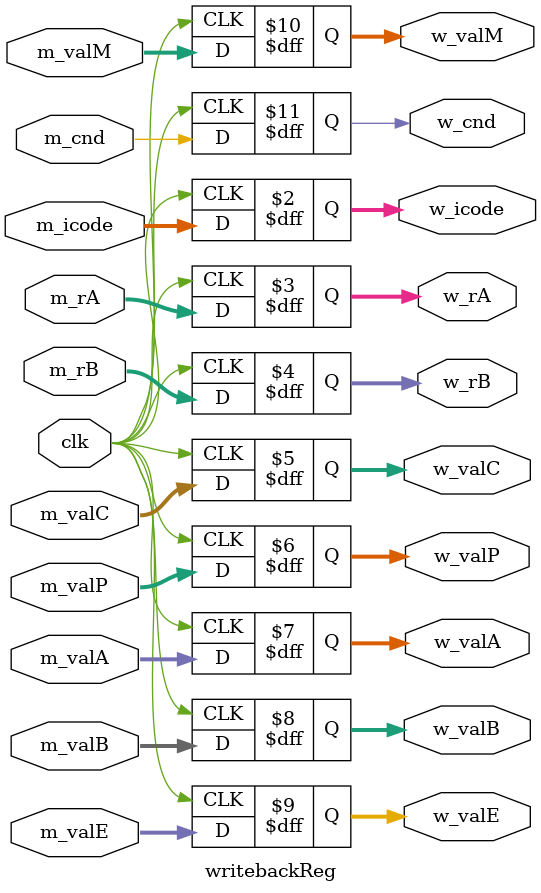
<source format=v>
module writebackReg(clk,m_icode,m_rA,m_rB,m_valC,m_valP,m_valA,m_valB,m_cnd,m_valE,m_valM,w_icode,w_rA,w_rB,w_valC,w_valP,w_valA,w_valB,w_cnd,w_valE,w_valM);

input clk;
input [3:0] m_icode,m_rA,m_rB;
input [63:0] m_valC,m_valP,m_valA,m_valB,m_valE,m_valM;
input m_cnd;

output reg [3:0] w_icode,w_rA,w_rB;
output reg [63:0] w_valC,w_valP,w_valA,w_valB,w_valE,w_valM;
output reg w_cnd;

always @(posedge clk ) begin
    w_icode <= m_icode;
    w_rA <= m_rA;
    w_rB <= m_rB;
    w_valC <= m_valC;
    w_valP <= m_valP;
    w_valA <= m_valA;
    w_valB <= m_valB;
    w_valE <= m_valE;
    w_valM <= m_valM;
    w_cnd <= m_cnd;
end

endmodule
</source>
